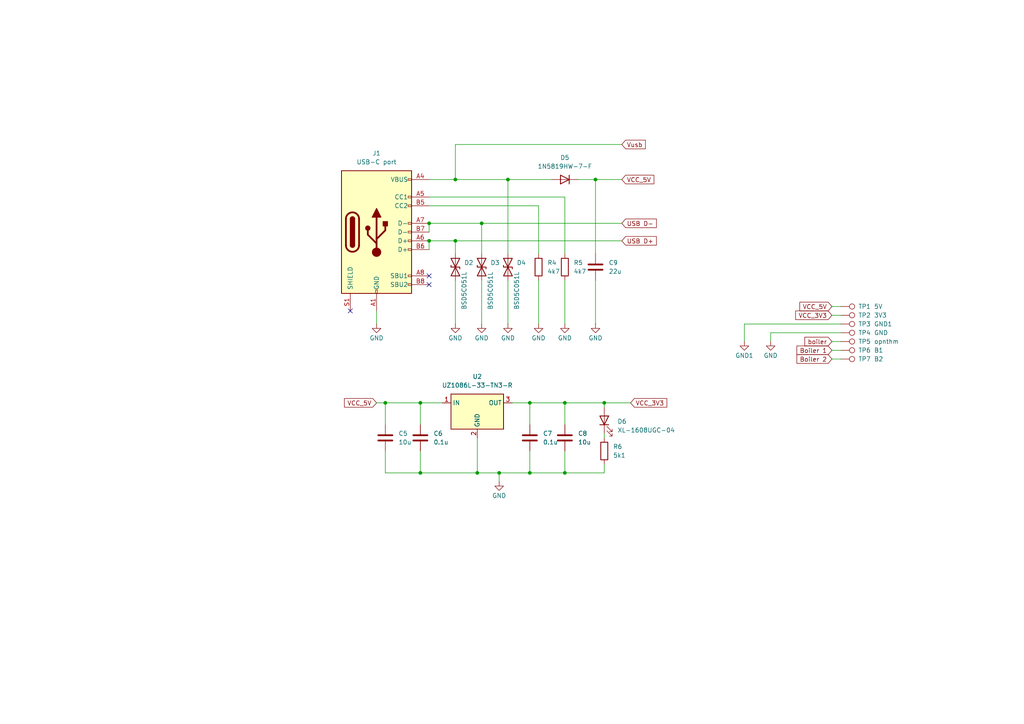
<source format=kicad_sch>
(kicad_sch (version 20231120) (generator "eeschema") (generator_version "8.0")
  (paper "A4")
  (lib_symbols
    (symbol "Connector:TestPoint" (pin_numbers hide) (pin_names (offset 0.762) hide)
      (property "Reference" "TP" (at 0 6.858 0))
      (property "Value" "TestPoint" (at 0 5.08 0))
      (symbol "TestPoint_0_1"
        (circle (center 0 3.302) (radius 0.762))
      )
      (symbol "TestPoint_1_1"
        (pin passive line (at 0 0 90) (length 2.54) (name "1") (number "1"))
      )
    )
    (symbol "Connector:USB_C_Receptacle_USB2.0_16P" (pin_names (offset 1.016))
      (property "Reference" "J" (at 0 22.225 0))
      (property "Value" "USB_C_Receptacle_USB2.0_16P" (at 0 19.685 0))
      (symbol "USB_C_Receptacle_USB2.0_16P_0_0"
        (rectangle (start -0.254 -17.78) (end 0.254 -16.764))
        (rectangle (start 10.16 -14.986) (end 9.144 -15.494))
        (rectangle (start 10.16 -12.446) (end 9.144 -12.954))
        (rectangle (start 10.16 -4.826) (end 9.144 -5.334))
        (rectangle (start 10.16 -2.286) (end 9.144 -2.794))
        (rectangle (start 10.16 0.254) (end 9.144 -0.254))
        (rectangle (start 10.16 2.794) (end 9.144 2.286))
        (rectangle (start 10.16 7.874) (end 9.144 7.366))
        (rectangle (start 10.16 10.414) (end 9.144 9.906))
        (rectangle (start 10.16 15.494) (end 9.144 14.986))
      )
      (symbol "USB_C_Receptacle_USB2.0_16P_0_1"
        (rectangle (start -10.16 17.78) (end 10.16 -17.78) (stroke (width 0.254)) (fill (type background)))
        (arc (start -8.89 -3.81) (mid -6.985 -5.7067) (end -5.08 -3.81) (stroke (width 0.508)))
        (arc (start -7.62 -3.81) (mid -6.985 -4.4423) (end -6.35 -3.81) (stroke (width 0.254)))
        (arc (start -7.62 -3.81) (mid -6.985 -4.4423) (end -6.35 -3.81) (stroke (width 0.254)) (fill (type outline)))
        (rectangle (start -7.62 -3.81) (end -6.35 3.81) (stroke (width 0.254)) (fill (type outline)))
        (arc (start -6.35 3.81) (mid -6.985 4.4423) (end -7.62 3.81) (stroke (width 0.254)))
        (arc (start -6.35 3.81) (mid -6.985 4.4423) (end -7.62 3.81) (stroke (width 0.254)) (fill (type outline)))
        (arc (start -5.08 3.81) (mid -6.985 5.7067) (end -8.89 3.81) (stroke (width 0.508)))
        (circle (center -2.54 1.143) (radius 0.635) (stroke (width 0.254)) (fill (type outline)))
        (circle (center 0 -5.842) (radius 1.27) (fill (type outline)))
        (polyline (pts (xy -8.89 -3.81) (xy -8.89 3.81)) (stroke (width 0.508)))
        (polyline (pts (xy -5.08 3.81) (xy -5.08 -3.81)) (stroke (width 0.508)))
        (polyline (pts (xy 0 -5.842) (xy 0 4.318)) (stroke (width 0.508)))
        (polyline (pts (xy 0 -3.302) (xy -2.54 -0.762) (xy -2.54 0.508)) (stroke (width 0.508)))
        (polyline (pts (xy 0 -2.032) (xy 2.54 0.508) (xy 2.54 1.778)) (stroke (width 0.508)))
        (polyline (pts (xy -1.27 4.318) (xy 0 6.858) (xy 1.27 4.318) (xy -1.27 4.318)) (stroke (width 0.254)) (fill (type outline)))
        (rectangle (start 1.905 1.778) (end 3.175 3.048) (stroke (width 0.254)) (fill (type outline)))
      )
      (symbol "USB_C_Receptacle_USB2.0_16P_1_1"
        (pin passive line (at 0 -22.86 90) (length 5.08) (name "GND") (number "A1"))
        (pin passive line (at 0 -22.86 90) (length 5.08) hide (name "GND") (number "A12"))
        (pin passive line (at 15.24 15.24 180) (length 5.08) (name "VBUS") (number "A4"))
        (pin bidirectional line (at 15.24 10.16 180) (length 5.08) (name "CC1") (number "A5"))
        (pin bidirectional line (at 15.24 -2.54 180) (length 5.08) (name "D+") (number "A6"))
        (pin bidirectional line (at 15.24 2.54 180) (length 5.08) (name "D-") (number "A7"))
        (pin bidirectional line (at 15.24 -12.7 180) (length 5.08) (name "SBU1") (number "A8"))
        (pin passive line (at 15.24 15.24 180) (length 5.08) hide (name "VBUS") (number "A9"))
        (pin passive line (at 0 -22.86 90) (length 5.08) hide (name "GND") (number "B1"))
        (pin passive line (at 0 -22.86 90) (length 5.08) hide (name "GND") (number "B12"))
        (pin passive line (at 15.24 15.24 180) (length 5.08) hide (name "VBUS") (number "B4"))
        (pin bidirectional line (at 15.24 7.62 180) (length 5.08) (name "CC2") (number "B5"))
        (pin bidirectional line (at 15.24 -5.08 180) (length 5.08) (name "D+") (number "B6"))
        (pin bidirectional line (at 15.24 0 180) (length 5.08) (name "D-") (number "B7"))
        (pin bidirectional line (at 15.24 -15.24 180) (length 5.08) (name "SBU2") (number "B8"))
        (pin passive line (at 15.24 15.24 180) (length 5.08) hide (name "VBUS") (number "B9"))
        (pin passive line (at -7.62 -22.86 90) (length 5.08) (name "SHIELD") (number "S1"))
      )
    )
    (symbol "Device:C" (pin_numbers hide) (pin_names (offset 0.254))
      (property "Reference" "C" (at 0.635 2.54 0))
      (property "Value" "C" (at 0.635 -2.54 0))
      (symbol "C_0_1"
        (polyline (pts (xy -2.032 -0.762) (xy 2.032 -0.762)) (stroke (width 0.508)))
        (polyline (pts (xy -2.032 0.762) (xy 2.032 0.762)) (stroke (width 0.508)))
      )
      (symbol "C_1_1"
        (pin passive line (at 0 3.81 270) (length 2.794) (name "~") (number "1"))
        (pin passive line (at 0 -3.81 90) (length 2.794) (name "~") (number "2"))
      )
    )
    (symbol "Device:D" (pin_numbers hide) (pin_names (offset 1.016) hide)
      (property "Reference" "D" (at 0 2.54 0))
      (property "Value" "D" (at 0 -2.54 0))
      (symbol "D_0_1"
        (polyline (pts (xy -1.27 1.27) (xy -1.27 -1.27)) (stroke (width 0.254)))
        (polyline (pts (xy 1.27 0) (xy -1.27 0)))
        (polyline (pts (xy 1.27 1.27) (xy 1.27 -1.27) (xy -1.27 0) (xy 1.27 1.27)) (stroke (width 0.254)))
      )
      (symbol "D_1_1"
        (pin passive line (at -3.81 0 0) (length 2.54) (name "K") (number "1"))
        (pin passive line (at 3.81 0 180) (length 2.54) (name "A") (number "2"))
      )
    )
    (symbol "Device:LED" (pin_numbers hide) (pin_names (offset 1.016) hide)
      (property "Reference" "D" (at 0 2.54 0))
      (property "Value" "LED" (at 0 -2.54 0))
      (symbol "LED_0_1"
        (polyline (pts (xy -1.27 -1.27) (xy -1.27 1.27)) (stroke (width 0.254)))
        (polyline (pts (xy -1.27 0) (xy 1.27 0)))
        (polyline (pts (xy 1.27 -1.27) (xy 1.27 1.27) (xy -1.27 0) (xy 1.27 -1.27)) (stroke (width 0.254)))
        (polyline (pts (xy -3.048 -0.762) (xy -4.572 -2.286) (xy -3.81 -2.286) (xy -4.572 -2.286) (xy -4.572 -1.524)))
        (polyline (pts (xy -1.778 -0.762) (xy -3.302 -2.286) (xy -2.54 -2.286) (xy -3.302 -2.286) (xy -3.302 -1.524)))
      )
      (symbol "LED_1_1"
        (pin passive line (at -3.81 0 0) (length 2.54) (name "K") (number "1"))
        (pin passive line (at 3.81 0 180) (length 2.54) (name "A") (number "2"))
      )
    )
    (symbol "Device:R" (pin_numbers hide) (pin_names (offset 0))
      (property "Reference" "R" (at 2.032 0 90))
      (property "Value" "R" (at 0 0 90))
      (symbol "R_0_1"
        (rectangle (start -1.016 -2.54) (end 1.016 2.54) (stroke (width 0.254)))
      )
      (symbol "R_1_1"
        (pin passive line (at 0 3.81 270) (length 1.27) (name "~") (number "1"))
        (pin passive line (at 0 -3.81 90) (length 1.27) (name "~") (number "2"))
      )
    )
    (symbol "Diode:5KPxxCA" (pin_numbers hide) (pin_names (offset 1.016) hide)
      (property "Reference" "D" (at 0 2.54 0))
      (property "Value" "5KPxxCA" (at 0 -2.54 0))
      (symbol "5KPxxCA_0_1"
        (polyline (pts (xy 1.27 0) (xy -1.27 0)))
        (polyline (pts (xy -2.54 -1.27) (xy 0 0) (xy -2.54 1.27) (xy -2.54 -1.27)) (stroke (width 0.254)))
        (polyline (pts (xy 0.508 1.27) (xy 0 1.27) (xy 0 -1.27) (xy -0.508 -1.27)) (stroke (width 0.254)))
        (polyline (pts (xy 2.54 1.27) (xy 2.54 -1.27) (xy 0 0) (xy 2.54 1.27)) (stroke (width 0.254)))
      )
      (symbol "5KPxxCA_1_1"
        (pin passive line (at -3.81 0 0) (length 2.54) (name "A1") (number "1"))
        (pin passive line (at 3.81 0 180) (length 2.54) (name "A2") (number "2"))
      )
    )
    (symbol "Regulator_Linear:LT1963AxST-1.5"
      (property "Reference" "U" (at -7.62 6.35 0))
      (property "Value" "LT1963AxST-1.5" (at -1.27 6.35 0))
      (symbol "LT1963AxST-1.5_0_1"
        (rectangle (start -7.62 5.08) (end 7.62 -5.08) (stroke (width 0.254)) (fill (type background)))
      )
      (symbol "LT1963AxST-1.5_1_1"
        (pin power_in line (at -10.16 2.54 0) (length 2.54) (name "IN") (number "1"))
        (pin power_in line (at 0 -7.62 90) (length 2.54) (name "GND") (number "2"))
        (pin power_out line (at 10.16 2.54 180) (length 2.54) (name "OUT") (number "3"))
      )
    )
    (symbol "power:GND" (power) (pin_numbers hide) (pin_names (offset 0) hide)
      (property "Value" "GND" (at 0 -3.81 0))
      (symbol "GND_0_1"
        (polyline (pts (xy 0 0) (xy 0 -1.27) (xy 1.27 -1.27) (xy 0 -2.54) (xy -1.27 -1.27) (xy 0 -1.27)))
      )
      (symbol "GND_1_1"
        (pin power_in line (at 0 0 270) (length 0) (name "~") (number "1"))
      )
    )
  )
  (junction (at 124.46 64.77))
  (junction (at 139.7 64.77))
  (junction (at 172.72 52.07))
  (junction (at 121.92 137.16))
  (junction (at 138.43 137.16))
  (junction (at 153.67 137.16))
  (junction (at 144.78 137.16))
  (junction (at 175.26 116.84))
  (junction (at 132.08 69.85))
  (junction (at 163.83 137.16))
  (junction (at 153.67 116.84))
  (junction (at 121.92 116.84))
  (junction (at 132.08 52.07))
  (junction (at 163.83 116.84))
  (junction (at 147.32 52.07))
  (junction (at 111.76 116.84))
  (junction (at 124.46 69.85))
  (no_connect (at 124.46 80.01))
  (no_connect (at 124.46 82.55))
  (no_connect (at 101.6 90.17))
  (wire (pts (xy 223.52 99.06) (xy 223.52 96.52)))
  (wire (pts (xy 153.67 116.84) (xy 163.83 116.84)))
  (wire (pts (xy 121.92 137.16) (xy 111.76 137.16)))
  (wire (pts (xy 111.76 123.19) (xy 111.76 116.84)))
  (wire (pts (xy 138.43 127) (xy 138.43 137.16)))
  (wire (pts (xy 175.26 125.73) (xy 175.26 127)))
  (wire (pts (xy 163.83 130.81) (xy 163.83 137.16)))
  (wire (pts (xy 156.21 59.69) (xy 124.46 59.69)))
  (wire (pts (xy 163.83 116.84) (xy 175.26 116.84)))
  (wire (pts (xy 139.7 64.77) (xy 180.34 64.77)))
  (wire (pts (xy 241.3 88.9) (xy 243.84 88.9)))
  (wire (pts (xy 175.26 116.84) (xy 182.88 116.84)))
  (wire (pts (xy 132.08 52.07) (xy 147.32 52.07)))
  (wire (pts (xy 147.32 73.66) (xy 147.32 52.07)))
  (wire (pts (xy 132.08 41.91) (xy 132.08 52.07)))
  (wire (pts (xy 172.72 52.07) (xy 180.34 52.07)))
  (wire (pts (xy 139.7 64.77) (xy 124.46 64.77)))
  (wire (pts (xy 172.72 81.28) (xy 172.72 93.98)))
  (wire (pts (xy 139.7 81.28) (xy 139.7 93.98)))
  (wire (pts (xy 144.78 137.16) (xy 144.78 139.7)))
  (wire (pts (xy 132.08 41.91) (xy 180.34 41.91)))
  (wire (pts (xy 241.3 101.6) (xy 243.84 101.6)))
  (wire (pts (xy 215.9 93.98) (xy 243.84 93.98)))
  (wire (pts (xy 153.67 137.16) (xy 144.78 137.16)))
  (wire (pts (xy 121.92 116.84) (xy 128.27 116.84)))
  (wire (pts (xy 163.83 93.98) (xy 163.83 81.28)))
  (wire (pts (xy 139.7 73.66) (xy 139.7 64.77)))
  (wire (pts (xy 223.52 96.52) (xy 243.84 96.52)))
  (wire (pts (xy 121.92 130.81) (xy 121.92 137.16)))
  (wire (pts (xy 147.32 81.28) (xy 147.32 93.98)))
  (wire (pts (xy 124.46 64.77) (xy 124.46 67.31)))
  (wire (pts (xy 241.3 91.44) (xy 243.84 91.44)))
  (wire (pts (xy 163.83 73.66) (xy 163.83 57.15)))
  (wire (pts (xy 163.83 137.16) (xy 153.67 137.16)))
  (wire (pts (xy 163.83 57.15) (xy 124.46 57.15)))
  (wire (pts (xy 167.64 52.07) (xy 172.72 52.07)))
  (wire (pts (xy 148.59 116.84) (xy 153.67 116.84)))
  (wire (pts (xy 132.08 69.85) (xy 180.34 69.85)))
  (wire (pts (xy 175.26 134.62) (xy 175.26 137.16)))
  (wire (pts (xy 109.22 90.17) (xy 109.22 93.98)))
  (wire (pts (xy 111.76 137.16) (xy 111.76 130.81)))
  (wire (pts (xy 111.76 116.84) (xy 121.92 116.84)))
  (wire (pts (xy 109.22 116.84) (xy 111.76 116.84)))
  (wire (pts (xy 132.08 81.28) (xy 132.08 93.98)))
  (wire (pts (xy 175.26 116.84) (xy 175.26 118.11)))
  (wire (pts (xy 121.92 116.84) (xy 121.92 123.19)))
  (wire (pts (xy 132.08 69.85) (xy 124.46 69.85)))
  (wire (pts (xy 175.26 137.16) (xy 163.83 137.16)))
  (wire (pts (xy 144.78 137.16) (xy 138.43 137.16)))
  (wire (pts (xy 153.67 116.84) (xy 153.67 123.19)))
  (wire (pts (xy 241.3 99.06) (xy 243.84 99.06)))
  (wire (pts (xy 153.67 130.81) (xy 153.67 137.16)))
  (wire (pts (xy 147.32 52.07) (xy 160.02 52.07)))
  (wire (pts (xy 138.43 137.16) (xy 121.92 137.16)))
  (wire (pts (xy 241.3 104.14) (xy 243.84 104.14)))
  (wire (pts (xy 156.21 73.66) (xy 156.21 59.69)))
  (wire (pts (xy 124.46 69.85) (xy 124.46 72.39)))
  (wire (pts (xy 156.21 93.98) (xy 156.21 81.28)))
  (wire (pts (xy 163.83 116.84) (xy 163.83 123.19)))
  (wire (pts (xy 215.9 99.06) (xy 215.9 93.98)))
  (wire (pts (xy 124.46 52.07) (xy 132.08 52.07)))
  (wire (pts (xy 172.72 52.07) (xy 172.72 73.66)))
  (wire (pts (xy 132.08 73.66) (xy 132.08 69.85)))
  (global_label "VCC_3V3" (shape input) (at 182.88 116.84 0) (property "Intersheetrefs" "${INTERSHEET_REFS}" (effects (hide yes))))
  (global_label "Vusb" (shape input) (at 180.34 41.91 0) (property "Intersheetrefs" "${INTERSHEET_REFS}" (effects (hide yes))))
  (global_label "boiler" (shape input) (at 241.3 99.06 180) (property "Intersheetrefs" "${INTERSHEET_REFS}" (effects (hide yes))))
  (global_label "VCC_5V" (shape input) (at 180.34 52.07 0) (property "Intersheetrefs" "${INTERSHEET_REFS}" (effects (hide yes))))
  (global_label "Boiler 1" (shape input) (at 241.3 101.6 180) (property "Intersheetrefs" "${INTERSHEET_REFS}" (effects (hide yes))))
  (global_label "Boiler 2" (shape input) (at 241.3 104.14 180) (property "Intersheetrefs" "${INTERSHEET_REFS}" (effects (hide yes))))
  (global_label "VCC_3V3" (shape input) (at 241.3 91.44 180) (property "Intersheetrefs" "${INTERSHEET_REFS}" (effects (hide yes))))
  (global_label "VCC_5V" (shape input) (at 241.3 88.9 180) (property "Intersheetrefs" "${INTERSHEET_REFS}" (effects (hide yes))))
  (global_label "USB D+" (shape input) (at 180.34 69.85 0) (property "Intersheetrefs" "${INTERSHEET_REFS}" (effects (hide yes))))
  (global_label "USB D-" (shape input) (at 180.34 64.77 0) (property "Intersheetrefs" "${INTERSHEET_REFS}" (effects (hide yes))))
  (global_label "VCC_5V" (shape input) (at 109.22 116.84 180) (property "Intersheetrefs" "${INTERSHEET_REFS}" (effects (hide yes))))
  (symbol (lib_id "Device:LED") (at 175.26 121.92 90) (unit 1)
    (property "Reference" "D6" (at 179.07 122.2374 90) (effects (justify right)))
    (property "Value" "XL-1608UGC-04" (at 179.07 124.7774 90) (effects (justify right)))
    (property "Footprint" "LED_SMD:LED_0603_1608Metric" (effects (hide yes)))
    (property "Datasheet" "https://wmsc.lcsc.com/wmsc/upload/file/pdf/v2/lcsc/2402181505_XINGLIGHT-XL-1608UGC-04_C965804.pdf" (effects (hide yes)))
    (property "Description" "LED, green, 520nm" (effects (hide yes)))
    (property "LCSC Part # " "C965804" (effects (hide yes)))
  )
  (symbol (lib_id "power:GND") (at 163.83 93.98 0) (unit 1)
    (property "Reference" "#PWR015" (effects (hide yes)))
    (property "Value" "GND" (at 163.83 98.044 0))
    (property "Description" "Power symbol creates a global label with name \"GND\" , ground" (effects (hide yes)))
  )
  (symbol (lib_id "power:GND") (at 139.7 93.98 0) (unit 1)
    (property "Reference" "#PWR011" (effects (hide yes)))
    (property "Value" "GND" (at 139.7 98.044 0))
    (property "Description" "Power symbol creates a global label with name \"GND\" , ground" (effects (hide yes)))
  )
  (symbol (lib_id "Device:C") (at 121.92 127 0) (unit 1)
    (property "Reference" "C6" (at 125.73 125.7299 0) (effects (justify left)))
    (property "Value" "0.1u" (at 125.73 128.2699 0) (effects (justify left)))
    (property "Footprint" "Capacitor_SMD:C_0603_1608Metric" (effects (hide yes)))
    (property "Datasheet" "https://www.lcsc.com/datasheet/lcsc_datasheet_2211101700_YAGEO-CC0603KRX7R9BB104_C14663.pdf" (effects (hide yes)))
    (property "Description" "50V 100nF X7R ±10% 0603 Multilayer Ceramic Capacitors MLCC - SMD/SMT ROHS" (effects (hide yes)))
    (property "LCSC Part # " "C14663" (effects (hide yes)))
  )
  (symbol (lib_id "Connector:TestPoint") (at 243.84 93.98 270) (unit 1)
    (property "Reference" "TP3" (at 248.92 93.98 90) (effects (justify left)))
    (property "Value" "GND1" (at 253.492 93.98 90) (effects (justify left)))
    (property "Footprint" "TestPoint:TestPoint_Keystone_5015_Micro-Minature" (effects (hide yes)))
    (property "Datasheet" "https://wmsc.lcsc.com/wmsc/upload/file/pdf/v2/lcsc/2310260935_ronghe-RH-5015_C5199798.pdf" (effects (hide yes)))
    (property "Description" "test point" (effects (hide yes)))
    (property "LCSC Part #" "C5199798" (effects (hide yes)))
  )
  (symbol (lib_id "Regulator_Linear:LT1963AxST-1.5") (at 138.43 119.38 0) (unit 1)
    (property "Reference" "U2" (at 138.43 109.22 0))
    (property "Value" "UZ1086L-33-TN3-R" (at 138.43 111.76 0))
    (property "Footprint" "Package_TO_SOT_SMD:TO-252-2" (effects (hide yes)))
    (property "Datasheet" "https://www.lcsc.com/datasheet/lcsc_datasheet_1810111219_UTC-Unisonic-Tech-UZ1086L-33-TN3-R_C125862.pdf" (effects (hide yes)))
    (property "Description" "72dB@(120Hz) 1.5A Fixed 3.3V Positive electrode 7.5V TO-252-2(DPAK) Voltage Regulators - Linear, Low Drop Out (LDO) Regulators ROHS" (effects (hide yes)))
    (property "LCSC Part # " "C125862" (effects (hide yes)))
  )
  (symbol (lib_id "Diode:5KPxxCA") (at 132.08 77.47 90) (unit 1)
    (property "Reference" "D2" (at 134.62 76.1999 90) (effects (justify right)))
    (property "Value" "BSD5C051L" (at 134.62 78.7399 0) (effects (justify right)))
    (property "Footprint" "Diode_SMD:D_SOD-523" (effects (hide yes)))
    (property "Datasheet" "https://www.lcsc.com/datasheet/lcsc_datasheet_1810161421_BORN-BSD5C051L_C151983.pdf" (effects (hide yes)))
    (property "Description" "3A@8/20us 13V 6V 5V SOD-523 ESD and Surge Protection (TVS/ESD) ROHS" (effects (hide yes)))
    (property "LCSC Part # " "C151983" (effects (hide yes)))
  )
  (symbol (lib_id "Connector:TestPoint") (at 243.84 104.14 270) (unit 1)
    (property "Reference" "TP7" (at 248.92 104.14 90) (effects (justify left)))
    (property "Value" "B2" (at 253.492 104.14 90) (effects (justify left)))
    (property "Footprint" "TestPoint:TestPoint_Keystone_5015_Micro-Minature" (effects (hide yes)))
    (property "Datasheet" "https://wmsc.lcsc.com/wmsc/upload/file/pdf/v2/lcsc/2310260935_ronghe-RH-5015_C5199798.pdf" (effects (hide yes)))
    (property "Description" "test point" (effects (hide yes)))
    (property "LCSC Part #" "C5199798" (effects (hide yes)))
  )
  (symbol (lib_id "Device:R") (at 156.21 77.47 180) (unit 1)
    (property "Reference" "R4" (at 158.75 76.1999 0) (effects (justify right)))
    (property "Value" "4k7" (at 158.75 78.7399 0) (effects (justify right)))
    (property "Footprint" "Resistor_SMD:R_0603_1608Metric" (effects (hide yes)))
    (property "Description" "100mW Thick Film Resistors 75V ±100ppm/℃ ±1% 4.7kΩ 0603 Chip Resistor - Surface Mount ROHS" (effects (hide yes)))
    (property "LCSC Part # " "C23162" (effects (hide yes)))
  )
  (symbol (lib_id "Device:C") (at 172.72 77.47 0) (unit 1)
    (property "Reference" "C9" (at 176.53 76.1999 0) (effects (justify left)))
    (property "Value" "22u" (at 176.53 78.7399 0) (effects (justify left)))
    (property "Footprint" "Capacitor_SMD:C_0805_2012Metric" (effects (hide yes)))
    (property "Datasheet" "https://www.lcsc.com/datasheet/lcsc_datasheet_2304140030_Samsung-Electro-Mechanics-CL21A226MAQNNNE_C45783.pdf" (effects (hide yes)))
    (property "Description" "25V 22uF X5R ±20% 0805 Multilayer Ceramic Capacitors MLCC - SMD/SMT ROHS" (effects (hide yes)))
    (property "LCSC Part # " "C45783" (effects (hide yes)))
  )
  (symbol (lib_id "Device:C") (at 163.83 127 0) (unit 1)
    (property "Reference" "C8" (at 167.64 125.7299 0) (effects (justify left)))
    (property "Value" "10u" (at 167.64 128.2699 0) (effects (justify left)))
    (property "Footprint" "Capacitor_SMD:C_0402_1005Metric" (effects (hide yes)))
    (property "Datasheet" "https://www.lcsc.com/datasheet/lcsc_datasheet_2208231630_Samsung-Electro-Mechanics-CL05A106MQ5NUNC_C15525.pdf" (effects (hide yes)))
    (property "Description" "6.3V 10uF X5R ±20% 0402 Multilayer Ceramic Capacitors MLCC - SMD/SMT ROHS" (effects (hide yes)))
    (property "LCSC Part # " "C15525" (effects (hide yes)))
  )
  (symbol (lib_id "Device:R") (at 175.26 130.81 180) (unit 1)
    (property "Reference" "R6" (at 177.8 129.5399 0) (effects (justify right)))
    (property "Value" "5k1" (at 177.8 132.0799 0) (effects (justify right)))
    (property "Footprint" "Resistor_SMD:R_0603_1608Metric" (effects (hide yes)))
    (property "Description" "100mW Thick Film Resistors 75V ±100ppm/℃ ±1% 5.1kΩ 0603 Chip Resistor - Surface Mount ROHS" (effects (hide yes)))
    (property "LCSC Part # " "C23186" (effects (hide yes)))
  )
  (symbol (lib_id "power:GND") (at 144.78 139.7 0) (unit 1)
    (property "Reference" "#PWR012" (effects (hide yes)))
    (property "Value" "GND" (at 144.78 143.764 0))
    (property "Description" "Power symbol creates a global label with name \"GND\" , ground" (effects (hide yes)))
  )
  (symbol (lib_id "Connector:TestPoint") (at 243.84 91.44 270) (unit 1)
    (property "Reference" "TP2" (at 248.92 91.44 90) (effects (justify left)))
    (property "Value" "3V3" (at 253.492 91.44 90) (effects (justify left)))
    (property "Footprint" "TestPoint:TestPoint_Keystone_5015_Micro-Minature" (effects (hide yes)))
    (property "Datasheet" "https://wmsc.lcsc.com/wmsc/upload/file/pdf/v2/lcsc/2310260935_ronghe-RH-5015_C5199798.pdf" (effects (hide yes)))
    (property "Description" "test point" (effects (hide yes)))
    (property "LCSC Part #" "C5199798" (effects (hide yes)))
  )
  (symbol (lib_id "power:GND") (at 156.21 93.98 0) (unit 1)
    (property "Reference" "#PWR014" (effects (hide yes)))
    (property "Value" "GND" (at 156.21 98.044 0))
    (property "Description" "Power symbol creates a global label with name \"GND\" , ground" (effects (hide yes)))
  )
  (symbol (lib_id "power:GND") (at 109.22 93.98 0) (unit 1)
    (property "Reference" "#PWR09" (effects (hide yes)))
    (property "Value" "GND" (at 109.22 98.044 0))
    (property "Description" "Power symbol creates a global label with name \"GND\" , ground" (effects (hide yes)))
  )
  (symbol (lib_id "Device:C") (at 111.76 127 0) (unit 1)
    (property "Reference" "C5" (at 115.57 125.7299 0) (effects (justify left)))
    (property "Value" "10u" (at 115.57 128.2699 0) (effects (justify left)))
    (property "Footprint" "Capacitor_SMD:C_0402_1005Metric" (effects (hide yes)))
    (property "Datasheet" "https://www.lcsc.com/datasheet/lcsc_datasheet_2208231630_Samsung-Electro-Mechanics-CL05A106MQ5NUNC_C15525.pdf" (effects (hide yes)))
    (property "Description" "6.3V 10uF X5R ±20% 0402 Multilayer Ceramic Capacitors MLCC - SMD/SMT ROHS" (effects (hide yes)))
    (property "LCSC Part # " "C15525" (effects (hide yes)))
  )
  (symbol (lib_id "power:GND") (at 223.52 99.06 0) (unit 1)
    (property "Reference" "#PWR018" (effects (hide yes)))
    (property "Value" "GND" (at 223.52 103.124 0))
    (property "Description" "Power symbol creates a global label with name \"GND\" , ground" (effects (hide yes)))
  )
  (symbol (lib_id "Device:C") (at 153.67 127 0) (unit 1)
    (property "Reference" "C7" (at 157.48 125.7299 0) (effects (justify left)))
    (property "Value" "0.1u" (at 157.48 128.2699 0) (effects (justify left)))
    (property "Footprint" "Capacitor_SMD:C_0603_1608Metric" (effects (hide yes)))
    (property "Datasheet" "https://www.lcsc.com/datasheet/lcsc_datasheet_2211101700_YAGEO-CC0603KRX7R9BB104_C14663.pdf" (effects (hide yes)))
    (property "Description" "50V 100nF X7R ±10% 0603 Multilayer Ceramic Capacitors MLCC - SMD/SMT ROHS" (effects (hide yes)))
    (property "LCSC Part # " "C14663" (effects (hide yes)))
  )
  (symbol (lib_id "power:GND") (at 215.9 99.06 0) (unit 1)
    (property "Reference" "#PWR017" (effects (hide yes)))
    (property "Value" "GND1" (at 215.9 103.124 0))
    (property "Description" "Power symbol creates a global label with name \"GND\" , ground" (effects (hide yes)))
  )
  (symbol (lib_id "Device:R") (at 163.83 77.47 180) (unit 1)
    (property "Reference" "R5" (at 166.37 76.1999 0) (effects (justify right)))
    (property "Value" "4k7" (at 166.37 78.7399 0) (effects (justify right)))
    (property "Footprint" "Resistor_SMD:R_0603_1608Metric" (effects (hide yes)))
    (property "Description" "100mW Thick Film Resistors 75V ±100ppm/℃ ±1% 4.7kΩ 0603 Chip Resistor - Surface Mount ROHS" (effects (hide yes)))
    (property "LCSC Part # " "C23162" (effects (hide yes)))
  )
  (symbol (lib_id "Device:D") (at 163.83 52.07 180) (unit 1)
    (property "Reference" "D5" (at 163.83 45.72 0))
    (property "Value" "1N5819HW-7-F" (at 163.83 48.26 0))
    (property "Footprint" "Diode_SMD:D_SOD-123" (effects (hide yes)))
    (property "Datasheet" "https://www.lcsc.com/datasheet/lcsc_datasheet_1811121309_Diodes-Incorporated-1N5819HW-7-F_C82544.pdf" (effects (hide yes)))
    (property "Description" "40V 450mV@1A 1A SOD-123 Schottky Diodes ROHS" (effects (hide yes)))
    (property "Sim.Device" "D" (effects (hide yes)))
    (property "Sim.Pins" "1=K 2=A" (effects (hide yes)))
    (property "LCSC Part # " "C82544" (effects (hide yes)))
  )
  (symbol (lib_id "Diode:5KPxxCA") (at 139.7 77.47 90) (unit 1)
    (property "Reference" "D3" (at 142.24 76.1999 90) (effects (justify right)))
    (property "Value" "BSD5C051L" (at 142.24 78.7399 0) (effects (justify right)))
    (property "Footprint" "Diode_SMD:D_SOD-523" (effects (hide yes)))
    (property "Datasheet" "https://www.lcsc.com/datasheet/lcsc_datasheet_1810161421_BORN-BSD5C051L_C151983.pdf" (effects (hide yes)))
    (property "Description" "3A@8/20us 13V 6V 5V SOD-523 ESD and Surge Protection (TVS/ESD) ROHS" (effects (hide yes)))
    (property "LCSC Part # " "C151983" (effects (hide yes)))
  )
  (symbol (lib_id "Connector:TestPoint") (at 243.84 88.9 270) (unit 1)
    (property "Reference" "TP1" (at 248.92 88.9 90) (effects (justify left)))
    (property "Value" "5V" (at 253.492 88.9 90) (effects (justify left)))
    (property "Footprint" "TestPoint:TestPoint_Keystone_5015_Micro-Minature" (effects (hide yes)))
    (property "Datasheet" "https://wmsc.lcsc.com/wmsc/upload/file/pdf/v2/lcsc/2310260935_ronghe-RH-5015_C5199798.pdf" (effects (hide yes)))
    (property "Description" "test point" (effects (hide yes)))
    (property "LCSC Part #" "C5199798" (effects (hide yes)))
  )
  (symbol (lib_id "Connector:TestPoint") (at 243.84 99.06 270) (unit 1)
    (property "Reference" "TP5" (at 248.92 99.06 90) (effects (justify left)))
    (property "Value" "opnthm" (at 253.492 99.06 90) (effects (justify left)))
    (property "Footprint" "TestPoint:TestPoint_Keystone_5015_Micro-Minature" (effects (hide yes)))
    (property "Datasheet" "https://wmsc.lcsc.com/wmsc/upload/file/pdf/v2/lcsc/2310260935_ronghe-RH-5015_C5199798.pdf" (effects (hide yes)))
    (property "Description" "test point" (effects (hide yes)))
    (property "LCSC Part #" "C5199798" (effects (hide yes)))
  )
  (symbol (lib_id "power:GND") (at 172.72 93.98 0) (unit 1)
    (property "Reference" "#PWR016" (effects (hide yes)))
    (property "Value" "GND" (at 172.72 98.044 0))
    (property "Description" "Power symbol creates a global label with name \"GND\" , ground" (effects (hide yes)))
  )
  (symbol (lib_id "power:GND") (at 132.08 93.98 0) (unit 1)
    (property "Reference" "#PWR010" (effects (hide yes)))
    (property "Value" "GND" (at 132.08 98.044 0))
    (property "Description" "Power symbol creates a global label with name \"GND\" , ground" (effects (hide yes)))
  )
  (symbol (lib_id "Connector:TestPoint") (at 243.84 101.6 270) (unit 1)
    (property "Reference" "TP6" (at 248.92 101.6 90) (effects (justify left)))
    (property "Value" "B1" (at 253.492 101.6 90) (effects (justify left)))
    (property "Footprint" "TestPoint:TestPoint_Keystone_5015_Micro-Minature" (effects (hide yes)))
    (property "Datasheet" "https://wmsc.lcsc.com/wmsc/upload/file/pdf/v2/lcsc/2310260935_ronghe-RH-5015_C5199798.pdf" (effects (hide yes)))
    (property "Description" "test point" (effects (hide yes)))
    (property "LCSC Part #" "C5199798" (effects (hide yes)))
  )
  (symbol (lib_id "Connector:TestPoint") (at 243.84 96.52 270) (unit 1)
    (property "Reference" "TP4" (at 248.92 96.52 90) (effects (justify left)))
    (property "Value" "GND" (at 253.492 96.52 90) (effects (justify left)))
    (property "Footprint" "TestPoint:TestPoint_Keystone_5015_Micro-Minature" (effects (hide yes)))
    (property "Datasheet" "https://wmsc.lcsc.com/wmsc/upload/file/pdf/v2/lcsc/2310260935_ronghe-RH-5015_C5199798.pdf" (effects (hide yes)))
    (property "Description" "test point" (effects (hide yes)))
    (property "LCSC Part #" "C5199798" (effects (hide yes)))
  )
  (symbol (lib_id "Diode:5KPxxCA") (at 147.32 77.47 90) (unit 1)
    (property "Reference" "D4" (at 149.86 76.1999 90) (effects (justify right)))
    (property "Value" "BSD5C051L" (at 149.86 78.7399 0) (effects (justify right)))
    (property "Footprint" "Diode_SMD:D_SOD-523" (effects (hide yes)))
    (property "Datasheet" "https://www.lcsc.com/datasheet/lcsc_datasheet_1810161421_BORN-BSD5C051L_C151983.pdf" (effects (hide yes)))
    (property "Description" "3A@8/20us 13V 6V 5V SOD-523 ESD and Surge Protection (TVS/ESD) ROHS" (effects (hide yes)))
    (property "LCSC Part # " "C151983" (effects (hide yes)))
  )
  (symbol (lib_id "power:GND") (at 147.32 93.98 0) (unit 1)
    (property "Reference" "#PWR013" (effects (hide yes)))
    (property "Value" "GND" (at 147.32 98.044 0))
    (property "Description" "Power symbol creates a global label with name \"GND\" , ground" (effects (hide yes)))
  )
  (symbol (lib_id "Connector:USB_C_Receptacle_USB2.0_16P") (at 109.22 67.31 0) (unit 1)
    (property "Reference" "J1" (at 109.22 44.45 0))
    (property "Value" "USB-C port" (at 109.22 46.99 0))
    (property "Footprint" "Connector_USB:USB_C_Receptacle_GCT_USB4105-xx-A_16P_TopMnt_Horizontal" (effects (hide yes)))
    (property "Datasheet" "https://wmsc.lcsc.com/wmsc/upload/file/pdf/v2/lcsc/2111231930_SHOU-HAN-TYPE-C-16PIN-2MD-073_C2765186.pdf" (effects (hide yes)))
    (property "Description" "USB 2.0-only 16P Type-C Receptacle connector" (effects (hide yes)))
    (property "LCSC Part # " "C2765186" (effects (hide yes)))
  )
)
</source>
